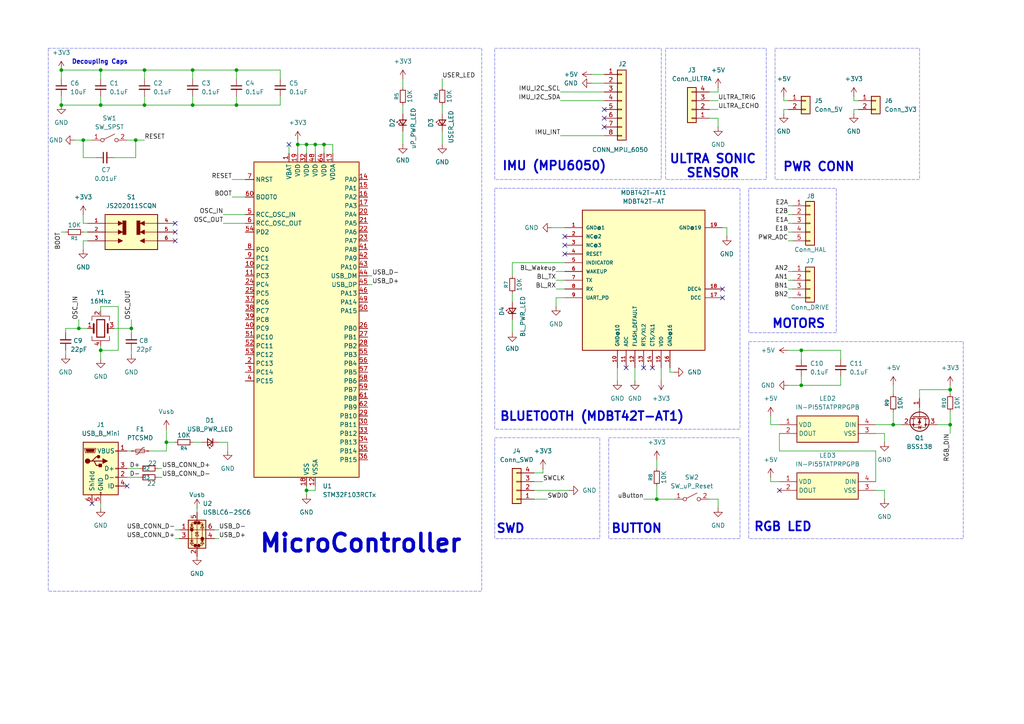
<source format=kicad_sch>
(kicad_sch (version 20250114) (generator "eeschema") (generator_version "9.0")
  (paper "A4")
  (title_block (title "Robot Brain PCB") (date "2025-04-22") (rev "1.0") (company "Winston Har"))
  (rectangle (start 193.04 13.97) (end 222.25 52.07) (stroke (width 0.0762) (type dash)))
  (rectangle (start 143.51 54.61) (end 214.63 124.46) (stroke (width 0.0762) (type dash)))
  (rectangle (start 143.51 127) (end 173.99 156.21) (stroke (width 0.0762) (type dash)))
  (rectangle (start 143.51 13.97) (end 191.77 52.07) (stroke (width 0.0762) (type dash)))
  (rectangle (start 13.97 13.97) (end 139.7 171.45) (stroke (width 0.0762) (type dash)))
  (rectangle (start 176.53 127) (end 214.63 156.21) (stroke (width 0.0762) (type dash)))
  (rectangle (start 217.17 54.61) (end 242.57 96.52) (stroke (width 0.0762) (type dash)))
  (rectangle (start 224.79 13.97) (end 266.7 52.07) (stroke (width 0.0762) (type dash)))
  (rectangle (start 217.17 99.06) (end 279.4 156.21) (stroke (width 0.0762) (type dash)))
  (text "BLUETOOTH (MDBT42T-AT1)" (at 171.704 120.904 0) (effects (font (size 2.54 2.54) (thickness 0.508) (bold yes))))
  (text "ULTRA SONIC\nSENSOR" (at 206.756 48.26 0) (effects (font (size 2.54 2.54) (thickness 0.508) (bold yes))))
  (text "RGB LED" (at 227.076 152.908 0) (effects (font (size 2.54 2.54) (thickness 0.508) (bold yes))))
  (text "PWR CONN" (at 237.49 48.514 0) (effects (font (size 2.54 2.54) (thickness 0.508) (bold yes))))
  (text "BUTTON" (at 184.658 153.416 0) (effects (font (size 2.54 2.54) (thickness 0.508) (bold yes))))
  (text "MOTORS" (at 231.648 93.98 0) (effects (font (size 2.54 2.54) (thickness 0.508) (bold yes))))
  (text "IMU (MPU6050)" (at 160.782 48.26 0) (effects (font (size 2.54 2.54) (thickness 0.508) (bold yes))))
  (text "MicroController" (at 104.648 157.734 0) (effects (font (size 5.08 5.08) (thickness 1.016) (bold yes))))
  (text "Decoupling Caps" (at 28.956 18.034 0) (effects (font (size 1.27 1.27) (thickness 0.254) (bold yes))))
  (text "SWD" (at 148.082 153.416 0) (effects (font (size 2.54 2.54) (thickness 0.508) (bold yes))))
  (junction (at 55.88 20.32))
  (junction (at 48.26 128.27))
  (junction (at 29.21 101.6))
  (junction (at 232.41 111.76))
  (junction (at 39.37 40.64))
  (junction (at 259.08 123.19))
  (junction (at 29.21 30.48))
  (junction (at 88.9 142.24))
  (junction (at 232.41 101.6))
  (junction (at 24.13 40.64))
  (junction (at 93.98 41.91))
  (junction (at 275.59 113.03))
  (junction (at 275.59 123.19))
  (junction (at 22.86 95.25))
  (junction (at 41.91 20.32))
  (junction (at 55.88 30.48))
  (junction (at 41.91 30.48))
  (junction (at 190.5 144.78))
  (junction (at 17.78 20.32))
  (junction (at 29.21 20.32))
  (junction (at 38.1 95.25))
  (junction (at 86.36 41.91))
  (junction (at 88.9 41.91))
  (junction (at 68.58 30.48))
  (junction (at 68.58 20.32))
  (junction (at 17.78 30.48))
  (junction (at 91.44 41.91))
  (no_connect (at 175.26 34.29))
  (no_connect (at 175.26 31.75))
  (no_connect (at 50.8 64.77))
  (no_connect (at 226.06 142.24))
  (no_connect (at 209.55 83.82))
  (no_connect (at 189.23 106.68))
  (no_connect (at 175.26 36.83))
  (no_connect (at 186.69 106.68))
  (no_connect (at 50.8 69.85))
  (no_connect (at 163.83 73.66))
  (no_connect (at 163.83 71.12))
  (no_connect (at 36.83 140.97))
  (no_connect (at 209.55 86.36))
  (no_connect (at 181.61 106.68))
  (no_connect (at 50.8 67.31))
  (no_connect (at 163.83 68.58))
  (no_connect (at 26.67 146.05))
  (no_connect (at 83.82 41.91))
  (wire (pts (xy 190.5 144.78) (xy 195.58 144.78)))
  (wire (pts (xy 39.37 45.72) (xy 39.37 40.64)))
  (wire (pts (xy 195.58 107.95) (xy 194.31 107.95)))
  (wire (pts (xy 19.05 101.6) (xy 19.05 102.87)))
  (wire (pts (xy 33.02 45.72) (xy 39.37 45.72)))
  (wire (pts (xy 194.31 107.95) (xy 194.31 106.68)))
  (wire (pts (xy 228.6 69.85) (xy 229.87 69.85)))
  (wire (pts (xy 148.59 80.01) (xy 148.59 76.2)))
  (wire (pts (xy 93.98 41.91) (xy 96.52 41.91)))
  (wire (pts (xy 63.5 128.27) (xy 66.04 128.27)))
  (wire (pts (xy 116.84 22.86) (xy 116.84 25.4)))
  (wire (pts (xy 223.52 139.7) (xy 226.06 139.7)))
  (wire (pts (xy 247.65 27.94) (xy 247.65 29.21)))
  (wire (pts (xy 29.21 101.6) (xy 29.21 104.14)))
  (wire (pts (xy 91.44 41.91) (xy 93.98 41.91)))
  (wire (pts (xy 161.29 83.82) (xy 163.83 83.82)))
  (wire (pts (xy 205.74 29.21) (xy 208.28 29.21)))
  (wire (pts (xy 29.21 30.48) (xy 41.91 30.48)))
  (wire (pts (xy 247.65 31.75) (xy 247.65 33.02)))
  (wire (pts (xy 86.36 41.91) (xy 88.9 41.91)))
  (wire (pts (xy 205.74 144.78) (xy 208.28 144.78)))
  (wire (pts (xy 38.1 92.71) (xy 38.1 95.25)))
  (wire (pts (xy 210.82 68.58) (xy 210.82 66.04)))
  (wire (pts (xy 148.59 92.71) (xy 148.59 96.52)))
  (wire (pts (xy 256.54 142.24) (xy 256.54 144.78)))
  (wire (pts (xy 55.88 128.27) (xy 58.42 128.27)))
  (wire (pts (xy 38.1 101.6) (xy 38.1 102.87)))
  (wire (pts (xy 171.45 21.59) (xy 175.26 21.59)))
  (wire (pts (xy 190.5 140.97) (xy 190.5 144.78)))
  (wire (pts (xy 226.06 130.81) (xy 254 130.81)))
  (wire (pts (xy 163.83 86.36) (xy 161.29 86.36)))
  (wire (pts (xy 38.1 95.25) (xy 33.02 95.25)))
  (wire (pts (xy 228.6 64.77) (xy 229.87 64.77)))
  (wire (pts (xy 190.5 144.78) (xy 186.69 144.78)))
  (wire (pts (xy 19.05 96.52) (xy 19.05 95.25)))
  (wire (pts (xy 266.7 115.57) (xy 266.7 113.03)))
  (wire (pts (xy 256.54 125.73) (xy 256.54 128.27)))
  (wire (pts (xy 36.83 130.81) (xy 38.1 130.81)))
  (wire (pts (xy 227.33 27.94) (xy 227.33 29.21)))
  (wire (pts (xy 254 142.24) (xy 256.54 142.24)))
  (wire (pts (xy 41.91 20.32) (xy 55.88 20.32)))
  (wire (pts (xy 22.86 92.71) (xy 22.86 95.25)))
  (wire (pts (xy 228.6 31.75) (xy 227.33 31.75)))
  (wire (pts (xy 34.29 101.6) (xy 29.21 101.6)))
  (wire (pts (xy 88.9 142.24) (xy 88.9 143.51)))
  (wire (pts (xy 45.72 138.43) (xy 46.99 138.43)))
  (wire (pts (xy 36.83 138.43) (xy 40.64 138.43)))
  (wire (pts (xy 275.59 113.03) (xy 275.59 114.3)))
  (wire (pts (xy 24.13 69.85) (xy 25.4 69.85)))
  (wire (pts (xy 223.52 123.19) (xy 226.06 123.19)))
  (wire (pts (xy 228.6 78.74) (xy 229.87 78.74)))
  (wire (pts (xy 22.86 95.25) (xy 25.4 95.25)))
  (wire (pts (xy 50.8 156.21) (xy 52.07 156.21)))
  (wire (pts (xy 254 125.73) (xy 256.54 125.73)))
  (wire (pts (xy 17.78 27.94) (xy 17.78 30.48)))
  (wire (pts (xy 88.9 41.91) (xy 88.9 44.45)))
  (wire (pts (xy 29.21 88.9) (xy 34.29 88.9)))
  (wire (pts (xy 48.26 128.27) (xy 50.8 128.27)))
  (wire (pts (xy 160.02 66.04) (xy 163.83 66.04)))
  (wire (pts (xy 128.27 22.86) (xy 128.27 25.4)))
  (wire (pts (xy 48.26 124.46) (xy 48.26 128.27)))
  (wire (pts (xy 17.78 22.86) (xy 17.78 20.32)))
  (wire (pts (xy 232.41 101.6) (xy 243.84 101.6)))
  (wire (pts (xy 55.88 30.48) (xy 68.58 30.48)))
  (wire (pts (xy 208.28 144.78) (xy 208.28 147.32)))
  (wire (pts (xy 81.28 30.48) (xy 81.28 27.94)))
  (wire (pts (xy 154.94 139.7) (xy 157.48 139.7)))
  (wire (pts (xy 162.56 26.67) (xy 175.26 26.67)))
  (wire (pts (xy 205.74 31.75) (xy 208.28 31.75)))
  (wire (pts (xy 29.21 100.33) (xy 29.21 101.6)))
  (wire (pts (xy 106.68 80.01) (xy 107.95 80.01)))
  (wire (pts (xy 228.6 81.28) (xy 229.87 81.28)))
  (wire (pts (xy 148.59 85.09) (xy 148.59 87.63)))
  (wire (pts (xy 39.37 40.64) (xy 41.91 40.64)))
  (wire (pts (xy 161.29 86.36) (xy 161.29 88.9)))
  (wire (pts (xy 91.44 140.97) (xy 91.44 142.24)))
  (wire (pts (xy 179.07 106.68) (xy 179.07 110.49)))
  (wire (pts (xy 232.41 111.76) (xy 243.84 111.76)))
  (wire (pts (xy 55.88 20.32) (xy 55.88 22.86)))
  (wire (pts (xy 171.45 24.13) (xy 175.26 24.13)))
  (wire (pts (xy 68.58 20.32) (xy 68.58 22.86)))
  (wire (pts (xy 210.82 66.04) (xy 209.55 66.04)))
  (wire (pts (xy 36.83 135.89) (xy 40.64 135.89)))
  (wire (pts (xy 48.26 128.27) (xy 48.26 130.81)))
  (wire (pts (xy 67.31 52.07) (xy 71.12 52.07)))
  (wire (pts (xy 19.05 95.25) (xy 22.86 95.25)))
  (wire (pts (xy 55.88 27.94) (xy 55.88 30.48)))
  (wire (pts (xy 41.91 30.48) (xy 55.88 30.48)))
  (wire (pts (xy 223.52 138.43) (xy 223.52 139.7)))
  (wire (pts (xy 24.13 45.72) (xy 27.94 45.72)))
  (wire (pts (xy 227.33 29.21) (xy 228.6 29.21)))
  (wire (pts (xy 266.7 113.03) (xy 275.59 113.03)))
  (wire (pts (xy 88.9 41.91) (xy 91.44 41.91)))
  (wire (pts (xy 128.27 30.48) (xy 128.27 33.02)))
  (wire (pts (xy 116.84 30.48) (xy 116.84 33.02)))
  (wire (pts (xy 148.59 76.2) (xy 163.83 76.2)))
  (wire (pts (xy 57.15 148.59) (xy 57.15 147.32)))
  (wire (pts (xy 43.18 130.81) (xy 48.26 130.81)))
  (wire (pts (xy 162.56 39.37) (xy 175.26 39.37)))
  (wire (pts (xy 81.28 20.32) (xy 81.28 22.86)))
  (wire (pts (xy 228.6 111.76) (xy 232.41 111.76)))
  (wire (pts (xy 116.84 38.1) (xy 116.84 41.91)))
  (wire (pts (xy 41.91 27.94) (xy 41.91 30.48)))
  (wire (pts (xy 223.52 120.65) (xy 223.52 123.19)))
  (wire (pts (xy 17.78 30.48) (xy 29.21 30.48)))
  (wire (pts (xy 38.1 96.52) (xy 38.1 95.25)))
  (wire (pts (xy 86.36 41.91) (xy 86.36 44.45)))
  (wire (pts (xy 157.48 137.16) (xy 157.48 135.89)))
  (wire (pts (xy 228.6 67.31) (xy 229.87 67.31)))
  (wire (pts (xy 259.08 123.19) (xy 261.62 123.19)))
  (wire (pts (xy 208.28 34.29) (xy 208.28 36.83)))
  (wire (pts (xy 67.31 57.15) (xy 71.12 57.15)))
  (wire (pts (xy 24.13 40.64) (xy 24.13 45.72)))
  (wire (pts (xy 88.9 142.24) (xy 91.44 142.24)))
  (wire (pts (xy 228.6 86.36) (xy 229.87 86.36)))
  (wire (pts (xy 83.82 41.91) (xy 83.82 44.45)))
  (wire (pts (xy 154.94 144.78) (xy 158.75 144.78)))
  (wire (pts (xy 62.23 153.67) (xy 63.5 153.67)))
  (wire (pts (xy 68.58 27.94) (xy 68.58 30.48)))
  (wire (pts (xy 226.06 125.73) (xy 226.06 130.81)))
  (wire (pts (xy 259.08 114.3) (xy 259.08 111.76)))
  (wire (pts (xy 259.08 119.38) (xy 259.08 123.19)))
  (wire (pts (xy 162.56 29.21) (xy 175.26 29.21)))
  (wire (pts (xy 50.8 153.67) (xy 52.07 153.67)))
  (wire (pts (xy 68.58 30.48) (xy 81.28 30.48)))
  (wire (pts (xy 190.5 133.35) (xy 190.5 135.89)))
  (wire (pts (xy 24.13 72.39) (xy 24.13 69.85)))
  (wire (pts (xy 228.6 83.82) (xy 229.87 83.82)))
  (wire (pts (xy 275.59 111.76) (xy 275.59 113.03)))
  (wire (pts (xy 88.9 140.97) (xy 88.9 142.24)))
  (wire (pts (xy 24.13 62.23) (xy 24.13 64.77)))
  (wire (pts (xy 29.21 20.32) (xy 41.91 20.32)))
  (wire (pts (xy 128.27 38.1) (xy 128.27 41.91)))
  (wire (pts (xy 91.44 41.91) (xy 91.44 44.45)))
  (wire (pts (xy 86.36 40.64) (xy 86.36 41.91)))
  (wire (pts (xy 227.33 31.75) (xy 227.33 33.02)))
  (wire (pts (xy 271.78 123.19) (xy 275.59 123.19)))
  (wire (pts (xy 68.58 20.32) (xy 81.28 20.32)))
  (wire (pts (xy 275.59 123.19) (xy 275.59 119.38)))
  (wire (pts (xy 62.23 156.21) (xy 63.5 156.21)))
  (wire (pts (xy 248.92 31.75) (xy 247.65 31.75)))
  (wire (pts (xy 161.29 78.74) (xy 163.83 78.74)))
  (wire (pts (xy 64.77 64.77) (xy 71.12 64.77)))
  (wire (pts (xy 254 123.19) (xy 259.08 123.19)))
  (wire (pts (xy 41.91 20.32) (xy 41.91 22.86)))
  (wire (pts (xy 228.6 101.6) (xy 232.41 101.6)))
  (wire (pts (xy 243.84 109.22) (xy 243.84 111.76)))
  (wire (pts (xy 96.52 44.45) (xy 96.52 41.91)))
  (wire (pts (xy 25.4 67.31) (xy 24.13 67.31)))
  (wire (pts (xy 184.15 106.68) (xy 184.15 110.49)))
  (wire (pts (xy 21.59 40.64) (xy 24.13 40.64)))
  (wire (pts (xy 29.21 146.05) (xy 29.21 147.32)))
  (wire (pts (xy 66.04 128.27) (xy 66.04 130.81)))
  (wire (pts (xy 154.94 137.16) (xy 157.48 137.16)))
  (wire (pts (xy 17.78 67.31) (xy 19.05 67.31)))
  (wire (pts (xy 64.77 62.23) (xy 71.12 62.23)))
  (wire (pts (xy 154.94 142.24) (xy 165.1 142.24)))
  (wire (pts (xy 254 130.81) (xy 254 139.7)))
  (wire (pts (xy 26.67 40.64) (xy 24.13 40.64)))
  (wire (pts (xy 205.74 26.67) (xy 208.28 26.67)))
  (wire (pts (xy 45.72 135.89) (xy 46.99 135.89)))
  (wire (pts (xy 232.41 109.22) (xy 232.41 111.76)))
  (wire (pts (xy 34.29 88.9) (xy 34.29 101.6)))
  (wire (pts (xy 228.6 62.23) (xy 229.87 62.23)))
  (wire (pts (xy 232.41 104.14) (xy 232.41 101.6)))
  (wire (pts (xy 93.98 41.91) (xy 93.98 44.45)))
  (wire (pts (xy 208.28 26.67) (xy 208.28 25.4)))
  (wire (pts (xy 247.65 29.21) (xy 248.92 29.21)))
  (wire (pts (xy 106.68 82.55) (xy 107.95 82.55)))
  (wire (pts (xy 29.21 20.32) (xy 29.21 22.86)))
  (wire (pts (xy 205.74 34.29) (xy 208.28 34.29)))
  (wire (pts (xy 29.21 90.17) (xy 29.21 88.9)))
  (wire (pts (xy 24.13 64.77) (xy 25.4 64.77)))
  (wire (pts (xy 243.84 101.6) (xy 243.84 104.14)))
  (wire (pts (xy 228.6 59.69) (xy 229.87 59.69)))
  (wire (pts (xy 55.88 20.32) (xy 68.58 20.32)))
  (wire (pts (xy 17.78 20.32) (xy 29.21 20.32)))
  (wire (pts (xy 29.21 27.94) (xy 29.21 30.48)))
  (wire (pts (xy 191.77 106.68) (xy 191.77 110.49)))
  (wire (pts (xy 275.59 123.19) (xy 275.59 125.73)))
  (wire (pts (xy 161.29 81.28) (xy 163.83 81.28)))
  (wire (pts (xy 39.37 40.64) (xy 36.83 40.64)))
  (label "OSC_IN" (at 22.86 92.71 90))
  (label "BN1" (at 228.6 83.82 180))
  (label "E1A" (at 228.6 64.77 180))
  (label "BL_TX" (at 161.29 81.28 180))
  (label "USB_CONN_D+" (at 50.8 156.21 180))
  (label "RESET" (at 41.91 40.64 0))
  (label "OSC_IN" (at 64.77 62.23 180))
  (label "USB_D+" (at 63.5 156.21 0))
  (label "RGB_DIN" (at 275.59 125.73 270))
  (label "BOOT" (at 17.78 67.31 270))
  (label "USB_D-" (at 63.5 153.67 0))
  (label "AN1" (at 228.6 81.28 180))
  (label "OSC_OUT" (at 64.77 64.77 180))
  (label "USB_CONN_D-" (at 50.8 153.67 180))
  (label "USER_LED" (at 128.27 22.86 0))
  (label "BL_RX" (at 161.29 83.82 180))
  (label "SWCLK" (at 157.48 139.7 0))
  (label "RESET" (at 67.31 52.07 180))
  (label "BN2" (at 228.6 86.36 180))
  (label "BL_Wakeup" (at 161.29 78.74 180))
  (label "USB_D-" (at 107.95 80.01 0))
  (label "E2A" (at 228.6 59.69 180))
  (label "OSC_OUT" (at 38.1 92.71 90))
  (label "ULTRA_TRIG" (at 208.28 29.21 0))
  (label "BOOT" (at 67.31 57.15 180))
  (label "D-" (at 40.64 138.43 180))
  (label "AN2" (at 228.6 78.74 180))
  (label "USB_CONN_D-" (at 46.99 138.43 0))
  (label "USB_CONN_D+" (at 46.99 135.89 0))
  (label "uButton" (at 186.69 144.78 180))
  (label "E1B" (at 228.6 67.31 180))
  (label "D+" (at 40.64 135.89 180))
  (label "IMU_INT" (at 162.56 39.37 180))
  (label "IMU_I2C_SDA" (at 162.56 29.21 180))
  (label "SWDIO" (at 158.75 144.78 0))
  (label "PWR_ADC" (at 228.6 69.85 180))
  (label "E2B" (at 228.6 62.23 180))
  (label "IMU_I2C_SCL" (at 162.56 26.67 180))
  (label "USB_D+" (at 107.95 82.55 0))
  (label "ULTRA_ECHO" (at 208.28 31.75 0))
  (symbol (lib_id "MDBT42T-AT:MDBT42T-AT") (at 186.69 81.28 0) (unit 1)
    (property "Reference" "MDBT42T-AT1" (at 186.69 55.88 0))
    (property "Value" "MDBT42T-AT" (at 186.69 58.42 0))
    (property "Footprint" "MDBT42T-AT:MDBT42T" (effects (hide yes)))
    (property "MF" "Raytac" (effects (hide yes)))
    (property "Description_1" "Bluetooth Bluetooth v5.4 Transceiver Module 2.36GHz ~ 2.5GHz Integrated, Chip Surface Mount" (effects (hide yes)))
    (property "Package" "None" (effects (hide yes)))
    (property "Price" "None" (effects (hide yes)))
    (property "SnapEDA_Link" "https://www.snapeda.com/parts/MDBT42T-AT/Raytac+Corporation/view-part/?ref=snap" (effects (hide yes)))
    (property "MP" "MDBT42T-AT" (effects (hide yes)))
    (property "Availability" "In Stock" (effects (hide yes)))
    (property "Check_prices" "https://www.snapeda.com/parts/MDBT42T-AT/Raytac+Corporation/view-part/?ref=eda" (effects (hide yes)))
  )
  (symbol (lib_id "Device:Polyfuse_Small") (at 40.64 130.81 90) (unit 1)
    (property "Reference" "F1" (at 40.64 124.46 90))
    (property "Value" "PTCSMD" (at 40.64 127 90))
    (property "Footprint" "Fuse:Fuse_0805_2012Metric_Pad1.15x1.40mm_HandSolder" (effects (hide yes)))
    (property "Description" "Resettable fuse, polymeric positive temperature coefficient, small symbol" (effects (hide yes)))
    (property "Mouser" "https://www.mouser.com/ProductDetail/Bel-Fuse/0ZCK0050AF2E?qs=jyPKP7YLNfA3woHzbzsK%2FQ%3D%3D" (effects (hide yes)))
    (property "Mfr #P" " 0ZCK0050AF2E " (effects (hide yes)))
    (property "Unit Price(USD)" "0.32" (effects (hide yes)))
  )
  (symbol (lib_id "Device:C_Small") (at 38.1 99.06 180) (unit 1)
    (property "Reference" "C8" (at 41.656 98.806 0))
    (property "Value" "22pF" (at 41.91 101.346 0))
    (property "Footprint" "Capacitor_SMD:C_0805_2012Metric_Pad1.18x1.45mm_HandSolder" (effects (hide yes)))
    (property "Description" "Unpolarized capacitor, small symbol" (effects (hide yes)))
    (property "Mouser" "https://www.mouser.com/ProductDetail/KYOCERA-AVX/0805ZA220JAT2A?qs=qVfB0%2FDaMDayn2JkoZWS9w%3D%3D" (effects (hide yes)))
    (property "Mfr #P" "0805ZA220JAT2A " (effects (hide yes)))
    (property "Unit Price(USD)" "0.21" (effects (hide yes)))
  )
  (symbol (lib_id "Device:R_Small") (at 148.59 82.55 0) (unit 1)
    (property "Reference" "R7" (at 146.812 82.55 90) (effects (font (size 1.016 1.016))))
    (property "Value" "10K" (at 150.622 82.55 90))
    (property "Footprint" "Resistor_SMD:R_0805_2012Metric_Pad1.20x1.40mm_HandSolder" (effects (hide yes)))
    (property "Description" "Resistor, small symbol" (effects (hide yes)))
    (property "Mouser" "https://www.mouser.com/ProductDetail/KOA-Speer/RK73B2ATTE103J?qs=I90P2AZw0BqeB%252B5wjce35A%3D%3D" (effects (hide yes)))
    (property "Mfr #P" "RK73B2ATTE103J " (effects (hide yes)))
    (property "Unit Price(USD)" "0.11" (effects (hide yes)))
  )
  (symbol (lib_id "power:GND") (at 247.65 33.02 0) (unit 1)
    (property "Reference" "#PWR038" (effects (hide yes)))
    (property "Value" "GND" (at 247.65 38.1 0))
    (property "Description" "Power symbol creates a global label with name \"GND\" , ground" (effects (hide yes)))
  )
  (symbol (lib_id "power:GND") (at 88.9 143.51 0) (unit 1)
    (property "Reference" "#PWR04" (effects (hide yes)))
    (property "Value" "GND" (at 88.9 148.59 0))
    (property "Description" "Power symbol creates a global label with name \"GND\" , ground" (effects (hide yes)))
  )
  (symbol (lib_id "Device:R_Small") (at 21.59 67.31 90) (unit 1)
    (property "Reference" "R1" (at 21.59 69.088 90) (effects (font (size 1.016 1.016))))
    (property "Value" "10K" (at 21.59 65.278 90))
    (property "Footprint" "Resistor_SMD:R_0805_2012Metric_Pad1.20x1.40mm_HandSolder" (effects (hide yes)))
    (property "Description" "Resistor, small symbol" (effects (hide yes)))
    (property "Mouser" "https://www.mouser.com/ProductDetail/KOA-Speer/RK73B2ATTE103J?qs=I90P2AZw0BqeB%252B5wjce35A%3D%3D" (effects (hide yes)))
    (property "Mfr #P" "RK73B2ATTE103J " (effects (hide yes)))
    (property "Unit Price(USD)" "0.11" (effects (hide yes)))
  )
  (symbol (lib_id "power:+5V") (at 247.65 27.94 0) (unit 1)
    (property "Reference" "#PWR037" (effects (hide yes)))
    (property "Value" "+3V3" (at 247.65 22.86 0))
    (property "Description" "Power symbol creates a global label with name \"+5V\"" (effects (hide yes)))
  )
  (symbol (lib_id "Connector_Generic:Conn_01x04") (at 149.86 142.24 180) (unit 1)
    (property "Reference" "J4" (at 149.86 130.81 0))
    (property "Value" "Conn_SWD" (at 149.86 133.35 0))
    (property "Footprint" "Connector_PinSocket_2.54mm:PinSocket_1x04_P2.54mm_Vertical" (effects (hide yes)))
    (property "Description" "Generic connector, single row, 01x04, script generated (kicad-library-utils/schlib/autogen/connector/)" (effects (hide yes)))
  )
  (symbol (lib_id "Device:R_Small") (at 53.34 128.27 90) (unit 1)
    (property "Reference" "R4" (at 53.34 130.048 90) (effects (font (size 1.016 1.016))))
    (property "Value" "10K" (at 53.34 126.238 90))
    (property "Footprint" "Resistor_SMD:R_0805_2012Metric_Pad1.20x1.40mm_HandSolder" (effects (hide yes)))
    (property "Description" "Resistor, small symbol" (effects (hide yes)))
    (property "Mouser" "https://www.mouser.com/ProductDetail/KOA-Speer/RK73B2ATTE103J?qs=I90P2AZw0BqeB%252B5wjce35A%3D%3D" (effects (hide yes)))
    (property "Mfr #P" "RK73B2ATTE103J " (effects (hide yes)))
    (property "Unit Price(USD)" "0.11" (effects (hide yes)))
  )
  (symbol (lib_id "power:+5V") (at 227.33 27.94 0) (unit 1)
    (property "Reference" "#PWR036" (effects (hide yes)))
    (property "Value" "+5V" (at 227.33 22.86 0))
    (property "Description" "Power symbol creates a global label with name \"+5V\"" (effects (hide yes)))
  )
  (symbol (lib_id "power:GND") (at 227.33 33.02 0) (unit 1)
    (property "Reference" "#PWR035" (effects (hide yes)))
    (property "Value" "GND" (at 227.33 38.1 0))
    (property "Description" "Power symbol creates a global label with name \"GND\" , ground" (effects (hide yes)))
  )
  (symbol (lib_id "RGB_LED:IN-PI55TATPRPGPB") (at 226.06 139.7 0) (unit 1)
    (property "Reference" "LED3" (at 240.03 132.08 0))
    (property "Value" "IN-PI55TATPRPGPB" (at 240.03 134.62 0))
    (property "Footprint" "INPI55TATPRPGPB" (effects (hide yes)))
    (property "Datasheet" "https://www.futureelectronics.com/p/semiconductors--lighting-solutions--led-light-modules/in-pi55tatprpgpb-inolux-9107211" (effects (hide yes)))
    (property "Description" "5050 RGB LED 4-Pin with Integrated IC" (effects (hide yes)))
    (property "Height" "1.6" (effects (hide yes)))
    (property "Manufacturer_Name" "Inolux" (effects (hide yes)))
    (property "Manufacturer_Part_Number" "IN-PI55TATPRPGPB" (effects (hide yes)))
    (property "Mouser Part Number" "743-IN-PI55TATPRPGPB" (effects (hide yes)))
    (property "Mouser Price/Stock" "https://www.mouser.co.uk/ProductDetail/Inolux/IN-PI55TATPRPGPB?qs=mAH9sUMRCttUWI%2F2sR%2FcZg%3D%3D" (effects (hide yes)))
    (property "Arrow Part Number" "IN-PI55TATPRPGPB" (effects (hide yes)))
    (property "Arrow Price/Stock" "https://www.arrow.com/en/products/in-pi55tatprpgpb/inolux-corporation?region=nac" (effects (hide yes)))
    (property "Mouser" "https://www.mouser.com/ProductDetail/Inolux/IN-PI55TATPRPGPB?qs=mAH9sUMRCttUWI%2F2sR%2FcZg%3D%3D" (effects (hide yes)))
    (property "Mfr #p" " IN-PI55TATPRPGPB " (effects (hide yes)))
    (property "Unit Price (USD)" "0.55" (effects (hide yes)))
  )
  (symbol (lib_id "power:GND") (at 210.82 68.58 0) (unit 1)
    (property "Reference" "#PWR022" (effects (hide yes)))
    (property "Value" "GND" (at 210.82 73.66 0))
    (property "Description" "Power symbol creates a global label with name \"GND\" , ground" (effects (hide yes)))
  )
  (symbol (lib_id "power:GND") (at 128.27 41.91 0) (unit 1)
    (property "Reference" "#PWR017" (effects (hide yes)))
    (property "Value" "GND" (at 128.27 46.99 0))
    (property "Description" "Power symbol creates a global label with name \"GND\" , ground" (effects (hide yes)))
  )
  (symbol (lib_id "power:GND") (at 165.1 142.24 90) (unit 1)
    (property "Reference" "#PWR032" (effects (hide yes)))
    (property "Value" "GND" (at 168.91 142.2399 90) (effects (justify right)))
    (property "Description" "Power symbol creates a global label with name \"GND\" , ground" (effects (hide yes)))
  )
  (symbol (lib_id "Device:C_Small") (at 243.84 106.68 0) (unit 1)
    (property "Reference" "C11" (at 246.38 105.4162 0) (effects (justify left)))
    (property "Value" "0.1uF" (at 246.38 107.9562 0) (effects (justify left)))
    (property "Footprint" "Capacitor_SMD:C_0805_2012Metric_Pad1.18x1.45mm_HandSolder" (effects (hide yes)))
    (property "Description" "Unpolarized capacitor, small symbol" (effects (hide yes)))
    (property "Mouser" "https://www.mouser.com/ProductDetail/KYOCERA-AVX/KAM21BR71H104JT?qs=Jm2GQyTW%2Fbic6Zk4McEt6w%3D%3D" (effects (hide yes)))
    (property "Mfr #P" " KAM21BR71H104JT" (effects (hide yes)))
    (property "Unit Price(USD)" "0.20" (effects (hide yes)))
  )
  (symbol (lib_id "Connector_Generic:Conn_01x04") (at 200.66 31.75 180) (unit 1)
    (property "Reference" "J3" (at 200.66 20.32 0))
    (property "Value" "Conn_ULTRA" (at 200.66 22.86 0))
    (property "Footprint" "Connector_PinSocket_2.54mm:PinSocket_1x04_P2.54mm_Vertical" (effects (hide yes)))
    (property "Description" "Generic connector, single row, 01x04, script generated (kicad-library-utils/schlib/autogen/connector/)" (effects (hide yes)))
  )
  (symbol (lib_id "Connector:USB_B_Mini") (at 29.21 135.89 0) (unit 1)
    (property "Reference" "J1" (at 29.21 123.19 0))
    (property "Value" "USB_B_Mini" (at 29.21 125.73 0))
    (property "Footprint" "Connector_USB:USB_Mini-B_Lumberg_2486_01_Horizontal" (effects (hide yes)))
    (property "Description" "USB Mini Type B connector" (effects (hide yes)))
  )
  (symbol (lib_id "Device:C_Small") (at 19.05 99.06 180) (unit 1)
    (property "Reference" "C9" (at 22.606 98.806 0))
    (property "Value" "22pF" (at 22.86 101.346 0))
    (property "Footprint" "Capacitor_SMD:C_0805_2012Metric_Pad1.18x1.45mm_HandSolder" (effects (hide yes)))
    (property "Description" "Unpolarized capacitor, small symbol" (effects (hide yes)))
    (property "Mouser" "https://www.mouser.com/ProductDetail/KYOCERA-AVX/0805ZA220JAT2A?qs=qVfB0%2FDaMDayn2JkoZWS9w%3D%3D" (effects (hide yes)))
    (property "Mfr #P" "0805ZA220JAT2A " (effects (hide yes)))
    (property "Unit Price(USD)" "0.21" (effects (hide yes)))
  )
  (symbol (lib_id "power:+3V3") (at 86.36 40.64 0) (unit 1)
    (property "Reference" "#PWR01" (effects (hide yes)))
    (property "Value" "+3V3" (at 86.36 35.56 0))
    (property "Description" "Power symbol creates a global label with name \"+3V3\"" (effects (hide yes)))
  )
  (symbol (lib_id "power:+3V3") (at 17.78 20.32 0) (unit 1)
    (property "Reference" "#PWR03" (effects (hide yes)))
    (property "Value" "+3V3" (at 17.78 15.24 0))
    (property "Description" "Power symbol creates a global label with name \"+3V3\"" (effects (hide yes)))
  )
  (symbol (lib_id "Switch:SW_SPST") (at 31.75 40.64 0) (unit 1)
    (property "Reference" "SW1" (at 31.75 34.29 0))
    (property "Value" "SW_SPST" (at 31.75 36.83 0))
    (property "Footprint" "Components(Switch):SW_uP_Reset" (effects (hide yes)))
    (property "Description" "Single Pole Single Throw (SPST) switch" (effects (hide yes)))
  )
  (symbol (lib_id "power:GND") (at 195.58 107.95 90) (unit 1)
    (property "Reference" "#PWR023" (effects (hide yes)))
    (property "Value" "GND" (at 199.39 107.9499 90) (effects (justify right)))
    (property "Description" "Power symbol creates a global label with name \"GND\" , ground" (effects (hide yes)))
  )
  (symbol (lib_id "power:+3V3") (at 191.77 110.49 180) (unit 1)
    (property "Reference" "#PWR027" (effects (hide yes)))
    (property "Value" "+3V3" (at 191.77 115.57 0))
    (property "Description" "Power symbol creates a global label with name \"+3V3\"" (effects (hide yes)))
  )
  (symbol (lib_id "Device:R_Small") (at 259.08 116.84 0) (unit 1)
    (property "Reference" "R9" (at 257.302 116.84 90) (effects (font (size 1.016 1.016))))
    (property "Value" "10K" (at 261.112 116.84 90))
    (property "Footprint" "Resistor_SMD:R_0805_2012Metric_Pad1.20x1.40mm_HandSolder" (effects (hide yes)))
    (property "Description" "Resistor, small symbol" (effects (hide yes)))
    (property "Mouser" "https://www.mouser.com/ProductDetail/KOA-Speer/RK73B2ATTE103J?qs=I90P2AZw0BqeB%252B5wjce35A%3D%3D" (effects (hide yes)))
    (property "Mfr #P" "RK73B2ATTE103J " (effects (hide yes)))
    (property "Unit Price(USD)" "0.11" (effects (hide yes)))
  )
  (symbol (lib_id "Power_Protection:USBLC6-2SC6") (at 57.15 153.67 0) (unit 1)
    (property "Reference" "U2" (at 58.8011 146.05 0) (effects (justify left)))
    (property "Value" "USBLC6-2SC6" (at 58.8011 148.59 0) (effects (justify left)))
    (property "Footprint" "Package_TO_SOT_SMD:SOT-23-6" (effects (hide yes)))
    (property "Datasheet" "https://www.st.com/resource/en/datasheet/usblc6-2.pdf" (effects (hide yes)))
    (property "Description" "Very low capacitance ESD protection diode, 2 data-line, SOT-23-6" (effects (hide yes)))
  )
  (symbol (lib_id "power:+5V") (at 259.08 111.76 0) (unit 1)
    (property "Reference" "#PWR043" (effects (hide yes)))
    (property "Value" "+5V" (at 259.08 106.68 0))
    (property "Description" "Power symbol creates a global label with name \"+5V\"" (effects (hide yes)))
  )
  (symbol (lib_id "Device:LED_Small") (at 60.96 128.27 180) (unit 1)
    (property "Reference" "D1" (at 60.8965 121.92 0))
    (property "Value" "USB_PWR_LED" (at 60.8965 124.46 0))
    (property "Footprint" "LED_SMD:LED_0805_2012Metric_Pad1.15x1.40mm_HandSolder" (effects (hide yes)))
    (property "Description" "Light emitting diode, small symbol" (effects (hide yes)))
    (property "Sim.Pin" "1=K 2=A" (effects (hide yes)))
    (property "Mouser" "https://www.mouser.com/ProductDetail/Wurth-Elektronik/150080VS75000?qs=sGAEpiMZZMv0DJfhVcWlKwb9uSCDLxPfZ0A4%252BcEoadIpft0N0W21Jg%3D%3D" (effects (hide yes)))
    (property "Mrf #P" " 150080VS75000 " (effects (hide yes)))
    (property "Unit Price(USD)" "0.19" (effects (hide yes)))
  )
  (symbol (lib_id "Device:R_Small") (at 116.84 27.94 0) (unit 1)
    (property "Reference" "R5" (at 115.062 27.94 90) (effects (font (size 1.016 1.016))))
    (property "Value" "10K" (at 118.872 27.94 90))
    (property "Footprint" "Resistor_SMD:R_0805_2012Metric_Pad1.20x1.40mm_HandSolder" (effects (hide yes)))
    (property "Description" "Resistor, small symbol" (effects (hide yes)))
    (property "Mouser" "https://www.mouser.com/ProductDetail/KOA-Speer/RK73B2ATTE103J?qs=I90P2AZw0BqeB%252B5wjce35A%3D%3D" (effects (hide yes)))
    (property "Mfr #P" "RK73B2ATTE103J " (effects (hide yes)))
    (property "Unit Price(USD)" "0.11" (effects (hide yes)))
  )
  (symbol (lib_id "power:GND") (at 57.15 161.29 0) (unit 1)
    (property "Reference" "#PWR012" (effects (hide yes)))
    (property "Value" "GND" (at 57.15 166.37 0))
    (property "Description" "Power symbol creates a global label with name \"GND\" , ground" (effects (hide yes)))
  )
  (symbol (lib_id "Device:LED_Small") (at 148.59 90.17 90) (unit 1)
    (property "Reference" "D4" (at 145.542 88.9 0) (effects (justify right)))
    (property "Value" "BL_PWR_LED" (at 151.638 85.852 0) (effects (justify right)))
    (property "Footprint" "LED_SMD:LED_0805_2012Metric_Pad1.15x1.40mm_HandSolder" (effects (hide yes)))
    (property "Description" "Light emitting diode, small symbol" (effects (hide yes)))
    (property "Sim.Pin" "1=K 2=A" (effects (hide yes)))
    (property "Mouser" "https://www.mouser.com/ProductDetail/Wurth-Elektronik/150080VS75000?qs=sGAEpiMZZMv0DJfhVcWlKwb9uSCDLxPfZ0A4%252BcEoadIpft0N0W21Jg%3D%3D" (effects (hide yes)))
    (property "Mrf #P" " 150080VS75000 " (effects (hide yes)))
    (property "Unit Price(USD)" "0.19" (effects (hide yes)))
  )
  (symbol (lib_id "Connector_Generic:Conn_01x04") (at 234.95 81.28 0) (unit 1)
    (property "Reference" "J7" (at 234.95 75.692 0))
    (property "Value" "Conn_DRIVE" (at 234.95 89.154 0))
    (property "Footprint" "Connector_JST:JST_XH_B4B-XH-A_1x04_P2.50mm_Vertical" (effects (hide yes)))
    (property "Description" "Generic connector, single row, 01x04, script generated (kicad-library-utils/schlib/autogen/connector/)" (effects (hide yes)))
  )
  (symbol (lib_id "power:+5V") (at 157.48 135.89 0) (unit 1)
    (property "Reference" "#PWR031" (effects (hide yes)))
    (property "Value" "+3V3" (at 157.48 130.81 0))
    (property "Description" "Power symbol creates a global label with name \"+5V\"" (effects (hide yes)))
  )
  (symbol (lib_id "Connector_Generic:Conn_01x05") (at 234.95 64.77 0) (unit 1)
    (property "Reference" "J8" (at 233.934 56.896 0) (effects (justify left)))
    (property "Value" "Conn_HAL" (at 230.378 72.39 0) (effects (justify left)))
    (property "Footprint" "Connector_JST:JST_XH_B5B-XH-A_1x05_P2.50mm_Vertical" (effects (hide yes)))
    (property "Description" "Generic connector, single row, 01x05, script generated (kicad-library-utils/schlib/autogen/connector/)" (effects (hide yes)))
  )
  (symbol (lib_id "power:+3V3") (at 116.84 22.86 0) (unit 1)
    (property "Reference" "#PWR018" (effects (hide yes)))
    (property "Value" "+3V3" (at 116.84 17.78 0))
    (property "Description" "Power symbol creates a global label with name \"+3V3\"" (effects (hide yes)))
  )
  (symbol (lib_id "Device:C_Small") (at 232.41 106.68 0) (unit 1)
    (property "Reference" "C10" (at 234.95 105.4162 0) (effects (justify left)))
    (property "Value" "0.1uF" (at 234.95 107.9562 0) (effects (justify left)))
    (property "Footprint" "Capacitor_SMD:C_0805_2012Metric_Pad1.18x1.45mm_HandSolder" (effects (hide yes)))
    (property "Description" "Unpolarized capacitor, small symbol" (effects (hide yes)))
    (property "Mouser" "https://www.mouser.com/ProductDetail/KYOCERA-AVX/KAM21BR71H104JT?qs=Jm2GQyTW%2Fbic6Zk4McEt6w%3D%3D" (effects (hide yes)))
    (property "Mfr #P" " KAM21BR71H104JT" (effects (hide yes)))
    (property "Unit Price(USD)" "0.20" (effects (hide yes)))
  )
  (symbol (lib_id "power:+5V") (at 171.45 21.59 90) (unit 1)
    (property "Reference" "#PWR019" (effects (hide yes)))
    (property "Value" "+5V" (at 167.64 21.5899 90) (effects (justify left)))
    (property "Description" "Power symbol creates a global label with name \"+5V\"" (effects (hide yes)))
  )
  (symbol (lib_id "power:GND") (at 208.28 147.32 0) (unit 1)
    (property "Reference" "#PWR034" (effects (hide yes)))
    (property "Value" "GND" (at 208.28 152.4 0))
    (property "Description" "Power symbol creates a global label with name \"GND\" , ground" (effects (hide yes)))
  )
  (symbol (lib_id "Device:R_Small") (at 128.27 27.94 0) (unit 1)
    (property "Reference" "R6" (at 126.492 27.94 90) (effects (font (size 1.016 1.016))))
    (property "Value" "10K" (at 130.302 27.94 90))
    (property "Footprint" "Resistor_SMD:R_0805_2012Metric_Pad1.20x1.40mm_HandSolder" (effects (hide yes)))
    (property "Description" "Resistor, small symbol" (effects (hide yes)))
    (property "Mouser" "https://www.mouser.com/ProductDetail/KOA-Speer/RK73B2ATTE103J?qs=I90P2AZw0BqeB%252B5wjce35A%3D%3D" (effects (hide yes)))
    (property "Mfr #P" "RK73B2ATTE103J " (effects (hide yes)))
    (property "Unit Price(USD)" "0.11" (effects (hide yes)))
  )
  (symbol (lib_id "Device:C_Small") (at 30.48 45.72 90) (unit 1)
    (property "Reference" "C7" (at 30.734 49.276 90))
    (property "Value" "0.01uF" (at 30.734 51.816 90))
    (property "Footprint" "Capacitor_SMD:C_0805_2012Metric_Pad1.18x1.45mm_HandSolder" (effects (hide yes)))
    (property "Description" "Unpolarized capacitor, small symbol" (effects (hide yes)))
    (property "Mouser" "https://www.mouser.com/ProductDetail/KYOCERA-AVX/KAF21BR72A103JT?qs=sGAEpiMZZMvsSlwiRhF8qrQG6leidpLjcDGchfK3z7vBa8kdIii1%252Bg%3D%3D" (effects (hide yes)))
    (property "Mfr #P" " KAF21BR72A103JT" (effects (hide yes)))
    (property "Unit Price(USD)" "0.10" (effects (hide yes)))
  )
  (symbol (lib_id "power:GND") (at 148.59 96.52 0) (unit 1)
    (property "Reference" "#PWR028" (effects (hide yes)))
    (property "Value" "GND" (at 148.59 101.092 0))
    (property "Description" "Power symbol creates a global label with name \"GND\" , ground" (effects (hide yes)))
  )
  (symbol (lib_id "power:GND") (at 24.13 72.39 0) (unit 1)
    (property "Reference" "#PWR06" (effects (hide yes)))
    (property "Value" "GND" (at 24.13 77.47 0))
    (property "Description" "Power symbol creates a global label with name \"GND\" , ground" (effects (hide yes)))
  )
  (symbol (lib_id "Connector_Generic:Conn_01x02") (at 254 29.21 0) (unit 1)
    (property "Reference" "J6" (at 256.54 29.2099 0) (effects (justify left)))
    (property "Value" "Conn_3V3" (at 256.54 31.7499 0) (effects (justify left)))
    (property "Footprint" "Connector_JST:JST_XH_B2B-XH-A_1x02_P2.50mm_Vertical" (effects (hide yes)))
    (property "Description" "Generic connector, single row, 01x02, script generated (kicad-library-utils/schlib/autogen/connector/)" (effects (hide yes)))
  )
  (symbol (lib_id "power:GND") (at 171.45 24.13 270) (unit 1)
    (property "Reference" "#PWR020" (effects (hide yes)))
    (property "Value" "GND" (at 167.64 24.1299 90) (effects (justify right)))
    (property "Description" "Power symbol creates a global label with name \"GND\" , ground" (effects (hide yes)))
  )
  (symbol (lib_id "power:GND") (at 179.07 110.49 0) (unit 1)
    (property "Reference" "#PWR024" (effects (hide yes)))
    (property "Value" "GND" (at 179.07 115.57 0))
    (property "Description" "Power symbol creates a global label with name \"GND\" , ground" (effects (hide yes)))
  )
  (symbol (lib_id "power:GND") (at 29.21 104.14 0) (unit 1)
    (property "Reference" "#PWR010" (effects (hide yes)))
    (property "Value" "GND" (at 29.21 109.22 0))
    (property "Description" "Power symbol creates a global label with name \"GND\" , ground" (effects (hide yes)))
  )
  (symbol (lib_id "Device:C_Small") (at 17.78 25.4 0) (unit 1)
    (property "Reference" "C6" (at 20.32 24.1362 0) (effects (justify left)))
    (property "Value" "10uF" (at 20.32 26.6762 0) (effects (justify left)))
    (property "Footprint" "Capacitor_SMD:C_0805_2012Metric_Pad1.18x1.45mm_HandSolder" (effects (hide yes)))
    (property "Description" "Unpolarized capacitor, small symbol" (effects (hide yes)))
    (property "Mouser" "https://www.mouser.com/ProductDetail/TAIYO-YUDEN/LMK212ABJ106KG-T?qs=vF%252B8ahGVileYw6h2RCH8zg%3D%3D" (effects (hide yes)))
    (property "Mfr #P" " LMK212ABJ106KG-T" (effects (hide yes)))
    (property "Unit Price(USD)" "0.11" (effects (hide yes)))
  )
  (symbol (lib_id "Device:R_Small") (at 275.59 116.84 0) (unit 1)
    (property "Reference" "R10" (at 273.812 116.84 90) (effects (font (size 1.016 1.016))))
    (property "Value" "10K" (at 277.622 116.84 90))
    (property "Footprint" "Resistor_SMD:R_0805_2012Metric_Pad1.20x1.40mm_HandSolder" (effects (hide yes)))
    (property "Description" "Resistor, small symbol" (effects (hide yes)))
    (property "Mouser" "https://www.mouser.com/ProductDetail/KOA-Speer/RK73B2ATTE103J?qs=I90P2AZw0BqeB%252B5wjce35A%3D%3D" (effects (hide yes)))
    (property "Mfr #P" "RK73B2ATTE103J " (effects (hide yes)))
    (property "Unit Price(USD)" "0.11" (effects (hide yes)))
  )
  (symbol (lib_id "power:VCC") (at 57.15 147.32 0) (unit 1)
    (property "Reference" "#PWR014" (effects (hide yes)))
    (property "Value" "Vusb" (at 57.15 143.51 0))
    (property "Description" "Power symbol creates a global label with name \"VCC\"" (effects (hide yes)))
  )
  (symbol (lib_id "Device:C_Small") (at 81.28 25.4 0) (unit 1)
    (property "Reference" "C5" (at 83.82 24.1362 0) (effects (justify left)))
    (property "Value" "0.1uF" (at 83.82 26.6762 0) (effects (justify left)))
    (property "Footprint" "Capacitor_SMD:C_0805_2012Metric_Pad1.18x1.45mm_HandSolder" (effects (hide yes)))
    (property "Description" "Unpolarized capacitor, small symbol" (effects (hide yes)))
    (property "Mouser" "https://www.mouser.com/ProductDetail/KYOCERA-AVX/KAM21BR71H104JT?qs=Jm2GQyTW%2Fbic6Zk4McEt6w%3D%3D" (effects (hide yes)))
    (property "Mfr #P" " KAM21BR71H104JT" (effects (hide yes)))
    (property "Unit Price(USD)" "0.20" (effects (hide yes)))
  )
  (symbol (lib_id "Transistor_FET:BSS138") (at 266.7 120.65 270) (unit 1)
    (property "Reference" "Q1" (at 266.7 127 90))
    (property "Value" "BSS138" (at 266.7 129.54 90))
    (property "Footprint" "Package_TO_SOT_SMD:SOT-23" (effects (hide yes)))
    (property "Datasheet" "https://www.onsemi.com/pub/Collateral/BSS138-D.PDF" (effects (hide yes)))
    (property "Description" "50V Vds, 0.22A Id, N-Channel MOSFET, SOT-23" (effects (hide yes)))
    (property "Mouser" "https://www.mouser.com/ProductDetail/onsemi-Fairchild/BSS138?qs=HK%252BeIG1iaahCeqBvjB4arg%3D%3D" (effects (hide yes)))
    (property "Mfr #P" " BSS138" (effects (hide yes)))
    (property "Unit Price(USD)" "0.27" (effects (hide yes)))
  )
  (symbol (lib_id "power:GND") (at 17.78 30.48 0) (unit 1)
    (property "Reference" "#PWR02" (effects (hide yes)))
    (property "Value" "GND" (at 17.78 35.56 0))
    (property "Description" "Power symbol creates a global label with name \"GND\" , ground" (effects (hide yes)))
  )
  (symbol (lib_id "power:GND") (at 256.54 144.78 0) (unit 1)
    (property "Reference" "#PWR041" (effects (hide yes)))
    (property "Value" "GND" (at 256.54 149.86 0))
    (property "Description" "Power symbol creates a global label with name \"GND\" , ground" (effects (hide yes)))
  )
  (symbol (lib_id "power:GND") (at 21.59 40.64 270) (unit 1)
    (property "Reference" "#PWR05" (effects (hide yes)))
    (property "Value" "GND" (at 18.288 40.64 90) (effects (justify right)))
    (property "Description" "Power symbol creates a global label with name \"GND\" , ground" (effects (hide yes)))
  )
  (symbol (lib_id "power:+3V3") (at 275.59 111.76 0) (unit 1)
    (property "Reference" "#PWR044" (effects (hide yes)))
    (property "Value" "+3V3" (at 275.59 106.68 0))
    (property "Description" "Power symbol creates a global label with name \"+3V3\"" (effects (hide yes)))
  )
  (symbol (lib_id "power:+5V") (at 223.52 138.43 0) (unit 1)
    (property "Reference" "#PWR040" (effects (hide yes)))
    (property "Value" "+5V" (at 223.52 133.35 0))
    (property "Description" "Power symbol creates a global label with name \"+5V\"" (effects (hide yes)))
  )
  (symbol (lib_id "Device:C_Small") (at 68.58 25.4 0) (unit 1)
    (property "Reference" "C4" (at 71.12 24.1362 0) (effects (justify left)))
    (property "Value" "0.1uF" (at 71.12 26.6762 0) (effects (justify left)))
    (property "Footprint" "Capacitor_SMD:C_0805_2012Metric_Pad1.18x1.45mm_HandSolder" (effects (hide yes)))
    (property "Description" "Unpolarized capacitor, small symbol" (effects (hide yes)))
    (property "Mouser" "https://www.mouser.com/ProductDetail/KYOCERA-AVX/KAM21BR71H104JT?qs=Jm2GQyTW%2Fbic6Zk4McEt6w%3D%3D" (effects (hide yes)))
    (property "Mfr #P" " KAM21BR71H104JT" (effects (hide yes)))
    (property "Unit Price(USD)" "0.20" (effects (hide yes)))
  )
  (symbol (lib_id "power:GND") (at 208.28 36.83 0) (unit 1)
    (property "Reference" "#PWR030" (effects (hide yes)))
    (property "Value" "GND" (at 208.28 41.91 0))
    (property "Description" "Power symbol creates a global label with name \"GND\" , ground" (effects (hide yes)))
  )
  (symbol (lib_id "Device:C_Small") (at 55.88 25.4 0) (unit 1)
    (property "Reference" "C3" (at 58.42 24.1362 0) (effects (justify left)))
    (property "Value" "0.1uF" (at 58.42 26.6762 0) (effects (justify left)))
    (property "Footprint" "Capacitor_SMD:C_0805_2012Metric_Pad1.18x1.45mm_HandSolder" (effects (hide yes)))
    (property "Description" "Unpolarized capacitor, small symbol" (effects (hide yes)))
    (property "Mouser" "https://www.mouser.com/ProductDetail/KYOCERA-AVX/KAM21BR71H104JT?qs=Jm2GQyTW%2Fbic6Zk4McEt6w%3D%3D" (effects (hide yes)))
    (property "Mfr #P" " KAM21BR71H104JT" (effects (hide yes)))
    (property "Unit Price(USD)" "0.20" (effects (hide yes)))
  )
  (symbol (lib_id "power:GND") (at 38.1 102.87 0) (unit 1)
    (property "Reference" "#PWR09" (effects (hide yes)))
    (property "Value" "GND" (at 38.1 107.95 0))
    (property "Description" "Power symbol creates a global label with name \"GND\" , ground" (effects (hide yes)))
  )
  (symbol (lib_id "power:VCC") (at 48.26 124.46 0) (unit 1)
    (property "Reference" "#PWR013" (effects (hide yes)))
    (property "Value" "Vusb" (at 48.26 119.38 0))
    (property "Description" "Power symbol creates a global label with name \"VCC\"" (effects (hide yes)))
  )
  (symbol (lib_id "power:+5V") (at 208.28 25.4 0) (unit 1)
    (property "Reference" "#PWR029" (effects (hide yes)))
    (property "Value" "+5V" (at 208.28 20.32 0))
    (property "Description" "Power symbol creates a global label with name \"+5V\"" (effects (hide yes)))
  )
  (symbol (lib_id "power:GND") (at 256.54 128.27 0) (unit 1)
    (property "Reference" "#PWR042" (effects (hide yes)))
    (property "Value" "GND" (at 256.54 133.35 0))
    (property "Description" "Power symbol creates a global label with name \"GND\" , ground" (effects (hide yes)))
  )
  (symbol (lib_id "Device:R_Small") (at 190.5 138.43 0) (unit 1)
    (property "Reference" "R8" (at 188.722 138.43 90) (effects (font (size 1.016 1.016))))
    (property "Value" "10K" (at 192.532 138.43 90))
    (property "Footprint" "Resistor_SMD:R_0805_2012Metric_Pad1.20x1.40mm_HandSolder" (effects (hide yes)))
    (property "Description" "Resistor, small symbol" (effects (hide yes)))
    (property "Mouser" "https://www.mouser.com/ProductDetail/KOA-Speer/RK73B2ATTE103J?qs=I90P2AZw0BqeB%252B5wjce35A%3D%3D" (effects (hide yes)))
    (property "Mfr #P" "RK73B2ATTE103J " (effects (hide yes)))
    (property "Unit Price(USD)" "0.11" (effects (hide yes)))
  )
  (symbol (lib_id "Connector_Generic:Conn_01x08") (at 180.34 29.21 0) (unit 1)
    (property "Reference" "J2" (at 179.324 18.542 0) (effects (justify left)))
    (property "Value" "CONN_MPU_6050" (at 171.704 43.434 0) (effects (justify left)))
    (property "Footprint" "Connector_PinSocket_2.54mm:PinSocket_1x08_P2.54mm_Vertical" (effects (hide yes)))
    (property "Description" "Generic connector, single row, 01x08, script generated (kicad-library-utils/schlib/autogen/connector/)" (effects (hide yes)))
  )
  (symbol (lib_id "power:GND") (at 184.15 110.49 0) (unit 1)
    (property "Reference" "#PWR025" (effects (hide yes)))
    (property "Value" "GND" (at 184.15 115.57 0))
    (property "Description" "Power symbol creates a global label with name \"GND\" , ground" (effects (hide yes)))
  )
  (symbol (lib_id "power:GND") (at 161.29 88.9 0) (unit 1)
    (property "Reference" "#PWR026" (effects (hide yes)))
    (property "Value" "GND" (at 161.29 93.98 0))
    (property "Description" "Power symbol creates a global label with name \"GND\" , ground" (effects (hide yes)))
  )
  (symbol (lib_id "power:+3V3") (at 190.5 133.35 0) (unit 1)
    (property "Reference" "#PWR033" (effects (hide yes)))
    (property "Value" "+3V3" (at 190.5 128.27 0))
    (property "Description" "Power symbol creates a global label with name \"+3V3\"" (effects (hide yes)))
  )
  (symbol (lib_id "power:GND") (at 66.04 130.81 0) (unit 1)
    (property "Reference" "#PWR015" (effects (hide yes)))
    (property "Value" "GND" (at 66.04 135.89 0))
    (property "Description" "Power symbol creates a global label with name \"GND\" , ground" (effects (hide yes)))
  )
  (symbol (lib_id "power:+3V3") (at 24.13 62.23 0) (unit 1)
    (property "Reference" "#PWR07" (effects (hide yes)))
    (property "Value" "+3V3" (at 24.13 57.15 0))
    (property "Description" "Power symbol creates a global label with name \"+3V3\"" (effects (hide yes)))
  )
  (symbol (lib_id "power:+5V") (at 228.6 101.6 90) (unit 1)
    (property "Reference" "#PWR045" (effects (hide yes)))
    (property "Value" "+5V" (at 224.79 101.5999 90) (effects (justify left)))
    (property "Description" "Power symbol creates a global label with name \"+5V\"" (effects (hide yes)))
  )
  (symbol (lib_id "Switch:SW_SPST") (at 200.66 144.78 0) (unit 1)
    (property "Reference" "SW2" (at 200.66 138.43 0))
    (property "Value" "SW_uP_Reset" (at 200.66 140.97 0))
    (property "Footprint" "Button_Switch_SMD:SW_SPST_PTS647_Sx50" (effects (hide yes)))
    (property "Description" "Single Pole Single Throw (SPST) switch" (effects (hide yes)))
    (property "Mouser" "https://www.mouser.com/ProductDetail/E-Switch/TL3305BF100QG?qs=IKkN%2F947nfDIPwqPQja%252BvQ%3D%3D" (effects (hide yes)))
    (property "Mfg $p" " TL3305BF100QG " (effects (hide yes)))
    (property "Unit Price(USD)" "0.17" (effects (hide yes)))
  )
  (symbol (lib_id "power:GND") (at 29.21 147.32 0) (unit 1)
    (property "Reference" "#PWR011" (effects (hide yes)))
    (property "Value" "GND" (at 29.21 152.4 0))
    (property "Description" "Power symbol creates a global label with name \"GND\" , ground" (effects (hide yes)))
  )
  (symbol (lib_id "power:GND") (at 228.6 111.76 270) (unit 1)
    (property "Reference" "#PWR046" (effects (hide yes)))
    (property "Value" "GND" (at 224.79 111.7599 90) (effects (justify right)))
    (property "Description" "Power symbol creates a global label with name \"GND\" , ground" (effects (hide yes)))
  )
  (symbol (lib_id "power:GND") (at 19.05 102.87 0) (unit 1)
    (property "Reference" "#PWR08" (effects (hide yes)))
    (property "Value" "GND" (at 19.05 107.95 0))
    (property "Description" "Power symbol creates a global label with name \"GND\" , ground" (effects (hide yes)))
  )
  (symbol (lib_id "power:GND") (at 160.02 66.04 270) (unit 1)
    (property "Reference" "#PWR021" (effects (hide yes)))
    (property "Value" "GND" (at 156.21 66.0399 90) (effects (justify right)))
    (property "Description" "Power symbol creates a global label with name \"GND\" , ground" (effects (hide yes)))
  )
  (symbol (lib_id "SW_uP_Boot:JS202011SCQN") (at 38.1 67.31 0) (unit 1)
    (property "Reference" "S1" (at 38.1 57.15 0))
    (property "Value" "JS202011SCQN" (at 38.1 59.69 0))
    (property "Footprint" "SW_uP_Boot:SW_JS202011SCQN" (effects (hide yes)))
    (property "MF" "C&K" (effects (hide yes)))
    (property "MAXIMUM_PACKAGE_HEIGHT" "5.5 mm" (effects (hide yes)))
    (property "Package" "None" (effects (hide yes)))
    (property "Price" "None" (effects (hide yes)))
    (property "Check_prices" "https://www.snapeda.com/parts/JS202011SCQN/C%2526K/view-part/?ref=eda" (effects (hide yes)))
    (property "STANDARD" "Manufacturer Recommendations" (effects (hide yes)))
    (property "PARTREV" "26 May 22" (effects (hide yes)))
    (property "SnapEDA_Link" "https://www.snapeda.com/parts/JS202011SCQN/C%2526K/view-part/?ref=snap" (effects (hide yes)))
    (property "MP" "JS202011SCQN" (effects (hide yes)))
    (property "Description_1" "Slide Switch DPDT Surface Mount" (effects (hide yes)))
    (property "MANUFACTURER" "C&K" (effects (hide yes)))
    (property "Availability" "In Stock" (effects (hide yes)))
    (property "SNAPEDA_PN" "JS202011SCQN" (effects (hide yes)))
    (property "Mouser" "https://www.mouser.com/ProductDetail/CK/JS202011SCQN?qs=LgMIjt8LuD95JYWxZ7NvZA%3D%3D" (effects (hide yes)))
    (property "Mfr #P" " JS202011SCQN " (effects (hide yes)))
    (property "Unit Price(USD)" "0.74" (effects (hide yes)))
  )
  (symbol (lib_id "power:+5V") (at 223.52 120.65 0) (unit 1)
    (property "Reference" "#PWR039" (effects (hide yes)))
    (property "Value" "+5V" (at 223.52 115.57 0))
    (property "Description" "Power symbol creates a global label with name \"+5V\"" (effects (hide yes)))
  )
  (symbol (lib_id "MCU_ST_STM32F1:STM32F103RCTx") (at 88.9 92.71 0) (unit 1)
    (property "Reference" "U1" (at 93.5833 140.97 0) (effects (justify left)))
    (property "Value" "STM32F103RCTx" (at 93.5833 143.51 0) (effects (justify left)))
    (property "Footprint" "Package_QFP:LQFP-64_10x10mm_P0.5mm" (effects (hide yes)))
    (property "Datasheet" "https://www.st.com/resource/en/datasheet/stm32f103rc.pdf" (effects (hide yes)))
    (property "Description" "STMicroelectronics Arm Cortex-M3 MCU, 256KB flash, 48KB RAM, 72 MHz, 2.0-3.6V, 51 GPIO, LQFP64" (effects (hide yes)))
    (property "Mouser" "https://www.mouser.com/ProductDetail/STMicroelectronics/STM32F103RCT6?qs=%252BB84zevwoRA6TYzZIgOIoA%3D%3D" (effects (hide yes)))
    (property "Mfr #P" "STM32F103RCT6" (effects (hide yes)))
    (property "Unit Price(USD)" "8.08" (effects (hide yes)))
    (pin "5" (alternate "RCC_OSC_IN"))
    (pin "6" (alternate "RCC_OSC_OUT"))
    (pin "44" (alternate "USB_DM"))
    (pin "45" (alternate "USB_DP"))
  )
  (symbol (lib_id "Device:R_Small") (at 43.18 135.89 90) (unit 1)
    (property "Reference" "R2" (at 42.418 135.89 90) (effects (font (size 1.016 1.016))))
    (property "Value" "22" (at 44.196 134.366 90))
    (property "Footprint" "Resistor_SMD:R_0805_2012Metric_Pad1.20x1.40mm_HandSolder" (effects (hide yes)))
    (property "Description" "Resistor, small symbol" (effects (hide yes)))
    (property "Mouser" "https://www.mouser.com/ProductDetail/YAGEO/RC0805FR-7W22RL?qs=tggtontpCXP%252BlWTvsYhmYQ%3D%3D" (effects (hide yes)))
    (property "Mfr #P" " RC0805FR-7W22RL " (effects (hide yes)))
    (property "Unit Price(USD)" "0.11" (effects (hide yes)))
  )
  (symbol (lib_id "power:GND") (at 116.84 41.91 0) (unit 1)
    (property "Reference" "#PWR016" (effects (hide yes)))
    (property "Value" "GND" (at 116.84 46.482 0))
    (property "Description" "Power symbol creates a global label with name \"GND\" , ground" (effects (hide yes)))
  )
  (symbol (lib_id "Device:LED_Small") (at 128.27 35.56 90) (unit 1)
    (property "Reference" "D3" (at 124.968 34.29 0) (effects (justify right)))
    (property "Value" "USER_LED" (at 130.81 32.004 0) (effects (justify right)))
    (property "Footprint" "LED_SMD:LED_0805_2012Metric_Pad1.15x1.40mm_HandSolder" (effects (hide yes)))
    (property "Description" "Light emitting diode, small symbol" (effects (hide yes)))
    (property "Sim.Pin" "1=K 2=A" (effects (hide yes)))
    (property "Mouser" "https://www.mouser.com/ProductDetail/Wurth-Elektronik/150080SS75000?qs=sGAEpiMZZMv0DJfhVcWlKwb9uSCDLxPfZ0A4%252BcEoadKpplzl4oWmLw%3D%3D" (effects (hide yes)))
    (property "Mrf #P" "150080SS75000 " (effects (hide yes)))
    (property "Unit Price(USD)" "0.19" (effects (hide yes)))
  )
  (symbol (lib_id "RGB_LED:IN-PI55TATPRPGPB") (at 226.06 123.19 0) (unit 1)
    (property "Reference" "LED2" (at 240.03 115.57 0))
    (property "Value" "IN-PI55TATPRPGPB" (at 240.03 118.11 0))
    (property "Footprint" "INPI55TATPRPGPB" (effects (hide yes)))
    (property "Datasheet" "https://www.futureelectronics.com/p/semiconductors--lighting-solutions--led-light-modules/in-pi55tatprpgpb-inolux-9107211" (effects (hide yes)))
    (property "Description" "5050 RGB LED 4-Pin with Integrated IC" (effects (hide yes)))
    (property "Height" "1.6" (effects (hide yes)))
    (property "Manufacturer_Name" "Inolux" (effects (hide yes)))
    (property "Manufacturer_Part_Number" "IN-PI55TATPRPGPB" (effects (hide yes)))
    (property "Mouser Part Number" "743-IN-PI55TATPRPGPB" (effects (hide yes)))
    (property "Mouser Price/Stock" "https://www.mouser.co.uk/ProductDetail/Inolux/IN-PI55TATPRPGPB?qs=mAH9sUMRCttUWI%2F2sR%2FcZg%3D%3D" (effects (hide yes)))
    (property "Arrow Part Number" "IN-PI55TATPRPGPB" (effects (hide yes)))
    (property "Arrow Price/Stock" "https://www.arrow.com/en/products/in-pi55tatprpgpb/inolux-corporation?region=nac" (effects (hide yes)))
    (property "Mouser" "https://www.mouser.com/ProductDetail/Inolux/IN-PI55TATPRPGPB?qs=mAH9sUMRCttUWI%2F2sR%2FcZg%3D%3D" (effects (hide yes)))
    (property "Mfr #p" " IN-PI55TATPRPGPB " (effects (hide yes)))
    (property "Unit Price (USD)" "0.55" (effects (hide yes)))
  )
  (symbol (lib_id "Connector_Generic:Conn_01x02") (at 233.68 29.21 0) (unit 1)
    (property "Reference" "J5" (at 236.22 29.2099 0) (effects (justify left)))
    (property "Value" "Conn_5V" (at 236.22 31.7499 0) (effects (justify left)))
    (property "Footprint" "Connector_JST:JST_XH_B2B-XH-A_1x02_P2.50mm_Vertical" (effects (hide yes)))
    (property "Description" "Generic connector, single row, 01x02, script generated (kicad-library-utils/schlib/autogen/connector/)" (effects (hide yes)))
  )
  (symbol (lib_id "Device:Crystal_GND24") (at 29.21 95.25 0) (unit 1)
    (property "Reference" "Y1" (at 29.21 84.836 0))
    (property "Value" "16Mhz" (at 29.21 87.376 0))
    (property "Footprint" "Crystal:Crystal_SMD_Abracon_ABM8G-4Pin_3.2x2.5mm" (effects (hide yes)))
    (property "Description" "Four pin crystal, GND on pins 2 and 4" (effects (hide yes)))
    (property "Mouser" "https://www.mouser.com/ProductDetail/ABRACON/ABM8G-16.000MHZ-18-D2Y-T3?qs=9XoYQcOTIk6ACsviYi7d%252BA%3D%3D" (effects (hide yes)))
    (property "Mfg #p" " ABM8G-16.000MHZ-18-D2Y-T3 " (effects (hide yes)))
    (property "Unit Price(USD)" "0.47" (effects (hide yes)))
  )
  (symbol (lib_id "Device:C_Small") (at 41.91 25.4 0) (unit 1)
    (property "Reference" "C2" (at 44.45 24.1362 0) (effects (justify left)))
    (property "Value" "0.1uF" (at 44.45 26.6762 0) (effects (justify left)))
    (property "Footprint" "Capacitor_SMD:C_0805_2012Metric_Pad1.18x1.45mm_HandSolder" (effects (hide yes)))
    (property "Description" "Unpolarized capacitor, small symbol" (effects (hide yes)))
    (property "Mouser" "https://www.mouser.com/ProductDetail/KYOCERA-AVX/KAM21BR71H104JT?qs=Jm2GQyTW%2Fbic6Zk4McEt6w%3D%3D" (effects (hide yes)))
    (property "Mfr #P" " KAM21BR71H104JT" (effects (hide yes)))
    (property "Unit Price(USD)" "0.20" (effects (hide yes)))
  )
  (symbol (lib_id "Device:R_Small") (at 43.18 138.43 90) (unit 1)
    (property "Reference" "R3" (at 42.418 138.43 90) (effects (font (size 1.016 1.016))))
    (property "Value" "22" (at 43.942 140.208 90))
    (property "Footprint" "Resistor_SMD:R_0805_2012Metric_Pad1.20x1.40mm_HandSolder" (effects (hide yes)))
    (property "Description" "Resistor, small symbol" (effects (hide yes)))
    (property "Mouser" "https://www.mouser.com/ProductDetail/YAGEO/RC0805FR-7W22RL?qs=tggtontpCXP%252BlWTvsYhmYQ%3D%3D" (effects (hide yes)))
    (property "Mfr #P" " RC0805FR-7W22RL " (effects (hide yes)))
    (property "Unit Price(USD)" "0.11" (effects (hide yes)))
  )
  (symbol (lib_id "Device:C_Small") (at 29.21 25.4 0) (unit 1)
    (property "Reference" "C1" (at 31.75 24.1362 0) (effects (justify left)))
    (property "Value" "0.1uF" (at 31.75 26.6762 0) (effects (justify left)))
    (property "Footprint" "Capacitor_SMD:C_0805_2012Metric_Pad1.18x1.45mm_HandSolder" (effects (hide yes)))
    (property "Description" "Unpolarized capacitor, small symbol" (effects (hide yes)))
    (property "Mouser" "https://www.mouser.com/ProductDetail/KYOCERA-AVX/KAM21BR71H104JT?qs=Jm2GQyTW%2Fbic6Zk4McEt6w%3D%3D" (effects (hide yes)))
    (property "Mfr #P" " KAM21BR71H104JT" (effects (hide yes)))
    (property "Unit Price(USD)" "0.20" (effects (hide yes)))
  )
  (symbol (lib_id "Device:LED_Small") (at 116.84 35.56 90) (unit 1)
    (property "Reference" "D2" (at 113.792 34.29 0) (effects (justify right)))
    (property "Value" "uP_PWR_LED" (at 119.888 31.242 0) (effects (justify right)))
    (property "Footprint" "LED_SMD:LED_0805_2012Metric_Pad1.15x1.40mm_HandSolder" (effects (hide yes)))
    (property "Description" "Light emitting diode, small symbol" (effects (hide yes)))
    (property "Sim.Pin" "1=K 2=A" (effects (hide yes)))
    (property "Mouser" "https://www.mouser.com/ProductDetail/Wurth-Elektronik/150080VS75000?qs=sGAEpiMZZMv0DJfhVcWlKwb9uSCDLxPfZ0A4%252BcEoadIpft0N0W21Jg%3D%3D" (effects (hide yes)))
    (property "Mrf #P" " 150080VS75000 " (effects (hide yes)))
    (property "Unit Price(USD)" "0.19" (effects (hide yes)))
  )
)
</source>
